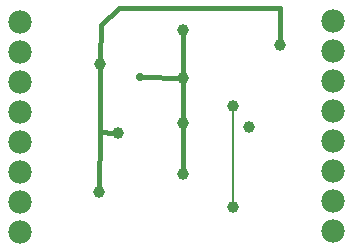
<source format=gbl>
G04 MADE WITH FRITZING*
G04 WWW.FRITZING.ORG*
G04 DOUBLE SIDED*
G04 HOLES PLATED*
G04 CONTOUR ON CENTER OF CONTOUR VECTOR*
%ASAXBY*%
%FSLAX23Y23*%
%MOIN*%
%OFA0B0*%
%SFA1.0B1.0*%
%ADD10C,0.039370*%
%ADD11C,0.027559*%
%ADD12C,0.078000*%
%ADD13C,0.016000*%
%ADD14C,0.008000*%
%LNCOPPER0*%
G90*
G70*
G54D10*
X330Y628D03*
X326Y199D03*
X929Y691D03*
X606Y742D03*
G54D11*
X464Y585D03*
G54D10*
X606Y262D03*
X389Y396D03*
X826Y416D03*
X606Y431D03*
X606Y581D03*
X771Y152D03*
X772Y486D03*
G54D12*
X1106Y69D03*
X1106Y169D03*
X1106Y269D03*
X1106Y369D03*
X1106Y469D03*
X1106Y569D03*
X1106Y669D03*
X1106Y769D03*
X63Y766D03*
X63Y666D03*
X63Y566D03*
X63Y466D03*
X63Y366D03*
X63Y266D03*
X63Y166D03*
X63Y66D03*
G54D13*
X593Y581D02*
X476Y585D01*
D02*
X606Y594D02*
X606Y729D01*
D02*
X606Y568D02*
X606Y445D01*
D02*
X606Y276D02*
X606Y418D01*
D02*
X329Y399D02*
X330Y615D01*
D02*
X327Y213D02*
X329Y398D01*
D02*
X329Y399D02*
X376Y397D01*
G54D14*
D02*
X771Y165D02*
X772Y473D01*
G54D13*
D02*
X393Y814D02*
X929Y814D01*
D02*
X331Y758D02*
X393Y814D01*
D02*
X929Y814D02*
X929Y705D01*
D02*
X330Y642D02*
X331Y758D01*
G04 End of Copper0*
M02*
</source>
